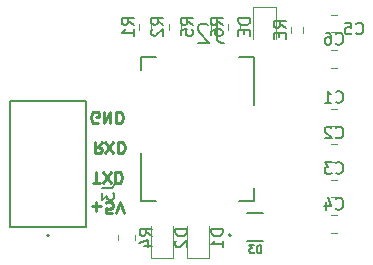
<source format=gbr>
%TF.GenerationSoftware,KiCad,Pcbnew,7.0.6*%
%TF.CreationDate,2024-04-01T13:07:51+03:00*%
%TF.ProjectId,SIM800 GPS Module,53494d38-3030-4204-9750-53204d6f6475,rev?*%
%TF.SameCoordinates,Original*%
%TF.FileFunction,Legend,Bot*%
%TF.FilePolarity,Positive*%
%FSLAX46Y46*%
G04 Gerber Fmt 4.6, Leading zero omitted, Abs format (unit mm)*
G04 Created by KiCad (PCBNEW 7.0.6) date 2024-04-01 13:07:51*
%MOMM*%
%LPD*%
G01*
G04 APERTURE LIST*
%ADD10C,0.250000*%
%ADD11C,0.150000*%
%ADD12C,0.127000*%
%ADD13C,0.200000*%
%ADD14C,0.120000*%
G04 APERTURE END LIST*
D10*
X129942568Y-92718333D02*
X130704473Y-92718333D01*
X130323520Y-92337380D02*
X130323520Y-93099285D01*
X131656853Y-93337380D02*
X131180663Y-93337380D01*
X131180663Y-93337380D02*
X131133044Y-92861190D01*
X131133044Y-92861190D02*
X131180663Y-92908809D01*
X131180663Y-92908809D02*
X131275901Y-92956428D01*
X131275901Y-92956428D02*
X131513996Y-92956428D01*
X131513996Y-92956428D02*
X131609234Y-92908809D01*
X131609234Y-92908809D02*
X131656853Y-92861190D01*
X131656853Y-92861190D02*
X131704472Y-92765952D01*
X131704472Y-92765952D02*
X131704472Y-92527857D01*
X131704472Y-92527857D02*
X131656853Y-92432619D01*
X131656853Y-92432619D02*
X131609234Y-92385000D01*
X131609234Y-92385000D02*
X131513996Y-92337380D01*
X131513996Y-92337380D02*
X131275901Y-92337380D01*
X131275901Y-92337380D02*
X131180663Y-92385000D01*
X131180663Y-92385000D02*
X131133044Y-92432619D01*
X131990187Y-93337380D02*
X132323520Y-92337380D01*
X132323520Y-92337380D02*
X132656853Y-93337380D01*
X130053711Y-90797380D02*
X130625139Y-90797380D01*
X130339425Y-89797380D02*
X130339425Y-90797380D01*
X130863235Y-90797380D02*
X131529901Y-89797380D01*
X131529901Y-90797380D02*
X130863235Y-89797380D01*
X131910854Y-89797380D02*
X131910854Y-90797380D01*
X131910854Y-90797380D02*
X132148949Y-90797380D01*
X132148949Y-90797380D02*
X132291806Y-90749761D01*
X132291806Y-90749761D02*
X132387044Y-90654523D01*
X132387044Y-90654523D02*
X132434663Y-90559285D01*
X132434663Y-90559285D02*
X132482282Y-90368809D01*
X132482282Y-90368809D02*
X132482282Y-90225952D01*
X132482282Y-90225952D02*
X132434663Y-90035476D01*
X132434663Y-90035476D02*
X132387044Y-89940238D01*
X132387044Y-89940238D02*
X132291806Y-89845000D01*
X132291806Y-89845000D02*
X132148949Y-89797380D01*
X132148949Y-89797380D02*
X131910854Y-89797380D01*
X130767996Y-87257380D02*
X130434663Y-87733571D01*
X130196568Y-87257380D02*
X130196568Y-88257380D01*
X130196568Y-88257380D02*
X130577520Y-88257380D01*
X130577520Y-88257380D02*
X130672758Y-88209761D01*
X130672758Y-88209761D02*
X130720377Y-88162142D01*
X130720377Y-88162142D02*
X130767996Y-88066904D01*
X130767996Y-88066904D02*
X130767996Y-87924047D01*
X130767996Y-87924047D02*
X130720377Y-87828809D01*
X130720377Y-87828809D02*
X130672758Y-87781190D01*
X130672758Y-87781190D02*
X130577520Y-87733571D01*
X130577520Y-87733571D02*
X130196568Y-87733571D01*
X131101330Y-88257380D02*
X131767996Y-87257380D01*
X131767996Y-88257380D02*
X131101330Y-87257380D01*
X132148949Y-87257380D02*
X132148949Y-88257380D01*
X132148949Y-88257380D02*
X132387044Y-88257380D01*
X132387044Y-88257380D02*
X132529901Y-88209761D01*
X132529901Y-88209761D02*
X132625139Y-88114523D01*
X132625139Y-88114523D02*
X132672758Y-88019285D01*
X132672758Y-88019285D02*
X132720377Y-87828809D01*
X132720377Y-87828809D02*
X132720377Y-87685952D01*
X132720377Y-87685952D02*
X132672758Y-87495476D01*
X132672758Y-87495476D02*
X132625139Y-87400238D01*
X132625139Y-87400238D02*
X132529901Y-87305000D01*
X132529901Y-87305000D02*
X132387044Y-87257380D01*
X132387044Y-87257380D02*
X132148949Y-87257380D01*
X130466377Y-85669761D02*
X130371139Y-85717380D01*
X130371139Y-85717380D02*
X130228282Y-85717380D01*
X130228282Y-85717380D02*
X130085425Y-85669761D01*
X130085425Y-85669761D02*
X129990187Y-85574523D01*
X129990187Y-85574523D02*
X129942568Y-85479285D01*
X129942568Y-85479285D02*
X129894949Y-85288809D01*
X129894949Y-85288809D02*
X129894949Y-85145952D01*
X129894949Y-85145952D02*
X129942568Y-84955476D01*
X129942568Y-84955476D02*
X129990187Y-84860238D01*
X129990187Y-84860238D02*
X130085425Y-84765000D01*
X130085425Y-84765000D02*
X130228282Y-84717380D01*
X130228282Y-84717380D02*
X130323520Y-84717380D01*
X130323520Y-84717380D02*
X130466377Y-84765000D01*
X130466377Y-84765000D02*
X130513996Y-84812619D01*
X130513996Y-84812619D02*
X130513996Y-85145952D01*
X130513996Y-85145952D02*
X130323520Y-85145952D01*
X130942568Y-84717380D02*
X130942568Y-85717380D01*
X130942568Y-85717380D02*
X131513996Y-84717380D01*
X131513996Y-84717380D02*
X131513996Y-85717380D01*
X131990187Y-84717380D02*
X131990187Y-85717380D01*
X131990187Y-85717380D02*
X132228282Y-85717380D01*
X132228282Y-85717380D02*
X132371139Y-85669761D01*
X132371139Y-85669761D02*
X132466377Y-85574523D01*
X132466377Y-85574523D02*
X132513996Y-85479285D01*
X132513996Y-85479285D02*
X132561615Y-85288809D01*
X132561615Y-85288809D02*
X132561615Y-85145952D01*
X132561615Y-85145952D02*
X132513996Y-84955476D01*
X132513996Y-84955476D02*
X132466377Y-84860238D01*
X132466377Y-84860238D02*
X132371139Y-84765000D01*
X132371139Y-84765000D02*
X132228282Y-84717380D01*
X132228282Y-84717380D02*
X131990187Y-84717380D01*
D11*
X130827819Y-91205666D02*
X131542104Y-91205666D01*
X131542104Y-91205666D02*
X131684961Y-91158047D01*
X131684961Y-91158047D02*
X131780200Y-91062809D01*
X131780200Y-91062809D02*
X131827819Y-90919952D01*
X131827819Y-90919952D02*
X131827819Y-90824714D01*
X130827819Y-91586619D02*
X130827819Y-92205666D01*
X130827819Y-92205666D02*
X131208771Y-91872333D01*
X131208771Y-91872333D02*
X131208771Y-92015190D01*
X131208771Y-92015190D02*
X131256390Y-92110428D01*
X131256390Y-92110428D02*
X131304009Y-92158047D01*
X131304009Y-92158047D02*
X131399247Y-92205666D01*
X131399247Y-92205666D02*
X131637342Y-92205666D01*
X131637342Y-92205666D02*
X131732580Y-92158047D01*
X131732580Y-92158047D02*
X131780200Y-92110428D01*
X131780200Y-92110428D02*
X131827819Y-92015190D01*
X131827819Y-92015190D02*
X131827819Y-91729476D01*
X131827819Y-91729476D02*
X131780200Y-91634238D01*
X131780200Y-91634238D02*
X131732580Y-91586619D01*
X146344819Y-77644142D02*
X145868628Y-77310809D01*
X146344819Y-77072714D02*
X145344819Y-77072714D01*
X145344819Y-77072714D02*
X145344819Y-77453666D01*
X145344819Y-77453666D02*
X145392438Y-77548904D01*
X145392438Y-77548904D02*
X145440057Y-77596523D01*
X145440057Y-77596523D02*
X145535295Y-77644142D01*
X145535295Y-77644142D02*
X145678152Y-77644142D01*
X145678152Y-77644142D02*
X145773390Y-77596523D01*
X145773390Y-77596523D02*
X145821009Y-77548904D01*
X145821009Y-77548904D02*
X145868628Y-77453666D01*
X145868628Y-77453666D02*
X145868628Y-77072714D01*
X145821009Y-78072714D02*
X145821009Y-78406047D01*
X146344819Y-78548904D02*
X146344819Y-78072714D01*
X146344819Y-78072714D02*
X145344819Y-78072714D01*
X145344819Y-78072714D02*
X145344819Y-78548904D01*
X143349819Y-76832714D02*
X142349819Y-76832714D01*
X142349819Y-76832714D02*
X142349819Y-77070809D01*
X142349819Y-77070809D02*
X142397438Y-77213666D01*
X142397438Y-77213666D02*
X142492676Y-77308904D01*
X142492676Y-77308904D02*
X142587914Y-77356523D01*
X142587914Y-77356523D02*
X142778390Y-77404142D01*
X142778390Y-77404142D02*
X142921247Y-77404142D01*
X142921247Y-77404142D02*
X143111723Y-77356523D01*
X143111723Y-77356523D02*
X143206961Y-77308904D01*
X143206961Y-77308904D02*
X143302200Y-77213666D01*
X143302200Y-77213666D02*
X143349819Y-77070809D01*
X143349819Y-77070809D02*
X143349819Y-76832714D01*
X142826009Y-77832714D02*
X142826009Y-78166047D01*
X143349819Y-78308904D02*
X143349819Y-77832714D01*
X143349819Y-77832714D02*
X142349819Y-77832714D01*
X142349819Y-77832714D02*
X142349819Y-78308904D01*
X150600666Y-78943580D02*
X150648285Y-78991200D01*
X150648285Y-78991200D02*
X150791142Y-79038819D01*
X150791142Y-79038819D02*
X150886380Y-79038819D01*
X150886380Y-79038819D02*
X151029237Y-78991200D01*
X151029237Y-78991200D02*
X151124475Y-78895961D01*
X151124475Y-78895961D02*
X151172094Y-78800723D01*
X151172094Y-78800723D02*
X151219713Y-78610247D01*
X151219713Y-78610247D02*
X151219713Y-78467390D01*
X151219713Y-78467390D02*
X151172094Y-78276914D01*
X151172094Y-78276914D02*
X151124475Y-78181676D01*
X151124475Y-78181676D02*
X151029237Y-78086438D01*
X151029237Y-78086438D02*
X150886380Y-78038819D01*
X150886380Y-78038819D02*
X150791142Y-78038819D01*
X150791142Y-78038819D02*
X150648285Y-78086438D01*
X150648285Y-78086438D02*
X150600666Y-78134057D01*
X149743523Y-78038819D02*
X149933999Y-78038819D01*
X149933999Y-78038819D02*
X150029237Y-78086438D01*
X150029237Y-78086438D02*
X150076856Y-78134057D01*
X150076856Y-78134057D02*
X150172094Y-78276914D01*
X150172094Y-78276914D02*
X150219713Y-78467390D01*
X150219713Y-78467390D02*
X150219713Y-78848342D01*
X150219713Y-78848342D02*
X150172094Y-78943580D01*
X150172094Y-78943580D02*
X150124475Y-78991200D01*
X150124475Y-78991200D02*
X150029237Y-79038819D01*
X150029237Y-79038819D02*
X149838761Y-79038819D01*
X149838761Y-79038819D02*
X149743523Y-78991200D01*
X149743523Y-78991200D02*
X149695904Y-78943580D01*
X149695904Y-78943580D02*
X149648285Y-78848342D01*
X149648285Y-78848342D02*
X149648285Y-78610247D01*
X149648285Y-78610247D02*
X149695904Y-78515009D01*
X149695904Y-78515009D02*
X149743523Y-78467390D01*
X149743523Y-78467390D02*
X149838761Y-78419771D01*
X149838761Y-78419771D02*
X150029237Y-78419771D01*
X150029237Y-78419771D02*
X150124475Y-78467390D01*
X150124475Y-78467390D02*
X150172094Y-78515009D01*
X150172094Y-78515009D02*
X150219713Y-78610247D01*
X152312666Y-78083580D02*
X152360285Y-78131200D01*
X152360285Y-78131200D02*
X152503142Y-78178819D01*
X152503142Y-78178819D02*
X152598380Y-78178819D01*
X152598380Y-78178819D02*
X152741237Y-78131200D01*
X152741237Y-78131200D02*
X152836475Y-78035961D01*
X152836475Y-78035961D02*
X152884094Y-77940723D01*
X152884094Y-77940723D02*
X152931713Y-77750247D01*
X152931713Y-77750247D02*
X152931713Y-77607390D01*
X152931713Y-77607390D02*
X152884094Y-77416914D01*
X152884094Y-77416914D02*
X152836475Y-77321676D01*
X152836475Y-77321676D02*
X152741237Y-77226438D01*
X152741237Y-77226438D02*
X152598380Y-77178819D01*
X152598380Y-77178819D02*
X152503142Y-77178819D01*
X152503142Y-77178819D02*
X152360285Y-77226438D01*
X152360285Y-77226438D02*
X152312666Y-77274057D01*
X151407904Y-77178819D02*
X151884094Y-77178819D01*
X151884094Y-77178819D02*
X151931713Y-77655009D01*
X151931713Y-77655009D02*
X151884094Y-77607390D01*
X151884094Y-77607390D02*
X151788856Y-77559771D01*
X151788856Y-77559771D02*
X151550761Y-77559771D01*
X151550761Y-77559771D02*
X151455523Y-77607390D01*
X151455523Y-77607390D02*
X151407904Y-77655009D01*
X151407904Y-77655009D02*
X151360285Y-77750247D01*
X151360285Y-77750247D02*
X151360285Y-77988342D01*
X151360285Y-77988342D02*
X151407904Y-78083580D01*
X151407904Y-78083580D02*
X151455523Y-78131200D01*
X151455523Y-78131200D02*
X151550761Y-78178819D01*
X151550761Y-78178819D02*
X151788856Y-78178819D01*
X151788856Y-78178819D02*
X151884094Y-78131200D01*
X151884094Y-78131200D02*
X151931713Y-78083580D01*
X141010819Y-77366333D02*
X140534628Y-77033000D01*
X141010819Y-76794905D02*
X140010819Y-76794905D01*
X140010819Y-76794905D02*
X140010819Y-77175857D01*
X140010819Y-77175857D02*
X140058438Y-77271095D01*
X140058438Y-77271095D02*
X140106057Y-77318714D01*
X140106057Y-77318714D02*
X140201295Y-77366333D01*
X140201295Y-77366333D02*
X140344152Y-77366333D01*
X140344152Y-77366333D02*
X140439390Y-77318714D01*
X140439390Y-77318714D02*
X140487009Y-77271095D01*
X140487009Y-77271095D02*
X140534628Y-77175857D01*
X140534628Y-77175857D02*
X140534628Y-76794905D01*
X140010819Y-78223476D02*
X140010819Y-78033000D01*
X140010819Y-78033000D02*
X140058438Y-77937762D01*
X140058438Y-77937762D02*
X140106057Y-77890143D01*
X140106057Y-77890143D02*
X140248914Y-77794905D01*
X140248914Y-77794905D02*
X140439390Y-77747286D01*
X140439390Y-77747286D02*
X140820342Y-77747286D01*
X140820342Y-77747286D02*
X140915580Y-77794905D01*
X140915580Y-77794905D02*
X140963200Y-77842524D01*
X140963200Y-77842524D02*
X141010819Y-77937762D01*
X141010819Y-77937762D02*
X141010819Y-78128238D01*
X141010819Y-78128238D02*
X140963200Y-78223476D01*
X140963200Y-78223476D02*
X140915580Y-78271095D01*
X140915580Y-78271095D02*
X140820342Y-78318714D01*
X140820342Y-78318714D02*
X140582247Y-78318714D01*
X140582247Y-78318714D02*
X140487009Y-78271095D01*
X140487009Y-78271095D02*
X140439390Y-78223476D01*
X140439390Y-78223476D02*
X140391771Y-78128238D01*
X140391771Y-78128238D02*
X140391771Y-77937762D01*
X140391771Y-77937762D02*
X140439390Y-77842524D01*
X140439390Y-77842524D02*
X140487009Y-77794905D01*
X140487009Y-77794905D02*
X140582247Y-77747286D01*
X138500819Y-77366333D02*
X138024628Y-77033000D01*
X138500819Y-76794905D02*
X137500819Y-76794905D01*
X137500819Y-76794905D02*
X137500819Y-77175857D01*
X137500819Y-77175857D02*
X137548438Y-77271095D01*
X137548438Y-77271095D02*
X137596057Y-77318714D01*
X137596057Y-77318714D02*
X137691295Y-77366333D01*
X137691295Y-77366333D02*
X137834152Y-77366333D01*
X137834152Y-77366333D02*
X137929390Y-77318714D01*
X137929390Y-77318714D02*
X137977009Y-77271095D01*
X137977009Y-77271095D02*
X138024628Y-77175857D01*
X138024628Y-77175857D02*
X138024628Y-76794905D01*
X137500819Y-78271095D02*
X137500819Y-77794905D01*
X137500819Y-77794905D02*
X137977009Y-77747286D01*
X137977009Y-77747286D02*
X137929390Y-77794905D01*
X137929390Y-77794905D02*
X137881771Y-77890143D01*
X137881771Y-77890143D02*
X137881771Y-78128238D01*
X137881771Y-78128238D02*
X137929390Y-78223476D01*
X137929390Y-78223476D02*
X137977009Y-78271095D01*
X137977009Y-78271095D02*
X138072247Y-78318714D01*
X138072247Y-78318714D02*
X138310342Y-78318714D01*
X138310342Y-78318714D02*
X138405580Y-78271095D01*
X138405580Y-78271095D02*
X138453200Y-78223476D01*
X138453200Y-78223476D02*
X138500819Y-78128238D01*
X138500819Y-78128238D02*
X138500819Y-77890143D01*
X138500819Y-77890143D02*
X138453200Y-77794905D01*
X138453200Y-77794905D02*
X138405580Y-77747286D01*
X135007819Y-95218833D02*
X134531628Y-94885500D01*
X135007819Y-94647405D02*
X134007819Y-94647405D01*
X134007819Y-94647405D02*
X134007819Y-95028357D01*
X134007819Y-95028357D02*
X134055438Y-95123595D01*
X134055438Y-95123595D02*
X134103057Y-95171214D01*
X134103057Y-95171214D02*
X134198295Y-95218833D01*
X134198295Y-95218833D02*
X134341152Y-95218833D01*
X134341152Y-95218833D02*
X134436390Y-95171214D01*
X134436390Y-95171214D02*
X134484009Y-95123595D01*
X134484009Y-95123595D02*
X134531628Y-95028357D01*
X134531628Y-95028357D02*
X134531628Y-94647405D01*
X134341152Y-96075976D02*
X135007819Y-96075976D01*
X133960200Y-95837881D02*
X134674485Y-95599786D01*
X134674485Y-95599786D02*
X134674485Y-96218833D01*
X135990819Y-77366333D02*
X135514628Y-77033000D01*
X135990819Y-76794905D02*
X134990819Y-76794905D01*
X134990819Y-76794905D02*
X134990819Y-77175857D01*
X134990819Y-77175857D02*
X135038438Y-77271095D01*
X135038438Y-77271095D02*
X135086057Y-77318714D01*
X135086057Y-77318714D02*
X135181295Y-77366333D01*
X135181295Y-77366333D02*
X135324152Y-77366333D01*
X135324152Y-77366333D02*
X135419390Y-77318714D01*
X135419390Y-77318714D02*
X135467009Y-77271095D01*
X135467009Y-77271095D02*
X135514628Y-77175857D01*
X135514628Y-77175857D02*
X135514628Y-76794905D01*
X135086057Y-77747286D02*
X135038438Y-77794905D01*
X135038438Y-77794905D02*
X134990819Y-77890143D01*
X134990819Y-77890143D02*
X134990819Y-78128238D01*
X134990819Y-78128238D02*
X135038438Y-78223476D01*
X135038438Y-78223476D02*
X135086057Y-78271095D01*
X135086057Y-78271095D02*
X135181295Y-78318714D01*
X135181295Y-78318714D02*
X135276533Y-78318714D01*
X135276533Y-78318714D02*
X135419390Y-78271095D01*
X135419390Y-78271095D02*
X135990819Y-77699667D01*
X135990819Y-77699667D02*
X135990819Y-78318714D01*
X133480819Y-77366333D02*
X133004628Y-77033000D01*
X133480819Y-76794905D02*
X132480819Y-76794905D01*
X132480819Y-76794905D02*
X132480819Y-77175857D01*
X132480819Y-77175857D02*
X132528438Y-77271095D01*
X132528438Y-77271095D02*
X132576057Y-77318714D01*
X132576057Y-77318714D02*
X132671295Y-77366333D01*
X132671295Y-77366333D02*
X132814152Y-77366333D01*
X132814152Y-77366333D02*
X132909390Y-77318714D01*
X132909390Y-77318714D02*
X132957009Y-77271095D01*
X132957009Y-77271095D02*
X133004628Y-77175857D01*
X133004628Y-77175857D02*
X133004628Y-76794905D01*
X133480819Y-78318714D02*
X133480819Y-77747286D01*
X133480819Y-78033000D02*
X132480819Y-78033000D01*
X132480819Y-78033000D02*
X132623676Y-77937762D01*
X132623676Y-77937762D02*
X132718914Y-77842524D01*
X132718914Y-77842524D02*
X132766533Y-77747286D01*
X140506168Y-77271627D02*
X140506168Y-78416509D01*
X140506168Y-78416509D02*
X140582494Y-78645486D01*
X140582494Y-78645486D02*
X140735145Y-78798137D01*
X140735145Y-78798137D02*
X140964121Y-78874462D01*
X140964121Y-78874462D02*
X141116772Y-78874462D01*
X139819239Y-77424278D02*
X139742913Y-77347952D01*
X139742913Y-77347952D02*
X139590262Y-77271627D01*
X139590262Y-77271627D02*
X139208635Y-77271627D01*
X139208635Y-77271627D02*
X139055984Y-77347952D01*
X139055984Y-77347952D02*
X138979658Y-77424278D01*
X138979658Y-77424278D02*
X138903333Y-77576929D01*
X138903333Y-77576929D02*
X138903333Y-77729580D01*
X138903333Y-77729580D02*
X138979658Y-77958556D01*
X138979658Y-77958556D02*
X139895564Y-78874462D01*
X139895564Y-78874462D02*
X138903333Y-78874462D01*
X144266921Y-96683646D02*
X144266921Y-96043646D01*
X144266921Y-96043646D02*
X144114540Y-96043646D01*
X144114540Y-96043646D02*
X144023111Y-96074122D01*
X144023111Y-96074122D02*
X143962159Y-96135074D01*
X143962159Y-96135074D02*
X143931682Y-96196027D01*
X143931682Y-96196027D02*
X143901206Y-96317931D01*
X143901206Y-96317931D02*
X143901206Y-96409360D01*
X143901206Y-96409360D02*
X143931682Y-96531265D01*
X143931682Y-96531265D02*
X143962159Y-96592217D01*
X143962159Y-96592217D02*
X144023111Y-96653170D01*
X144023111Y-96653170D02*
X144114540Y-96683646D01*
X144114540Y-96683646D02*
X144266921Y-96683646D01*
X143687873Y-96043646D02*
X143291682Y-96043646D01*
X143291682Y-96043646D02*
X143505016Y-96287455D01*
X143505016Y-96287455D02*
X143413587Y-96287455D01*
X143413587Y-96287455D02*
X143352635Y-96317931D01*
X143352635Y-96317931D02*
X143322159Y-96348408D01*
X143322159Y-96348408D02*
X143291682Y-96409360D01*
X143291682Y-96409360D02*
X143291682Y-96561741D01*
X143291682Y-96561741D02*
X143322159Y-96622693D01*
X143322159Y-96622693D02*
X143352635Y-96653170D01*
X143352635Y-96653170D02*
X143413587Y-96683646D01*
X143413587Y-96683646D02*
X143596444Y-96683646D01*
X143596444Y-96683646D02*
X143657397Y-96653170D01*
X143657397Y-96653170D02*
X143687873Y-96622693D01*
X138002819Y-94687405D02*
X137002819Y-94687405D01*
X137002819Y-94687405D02*
X137002819Y-94925500D01*
X137002819Y-94925500D02*
X137050438Y-95068357D01*
X137050438Y-95068357D02*
X137145676Y-95163595D01*
X137145676Y-95163595D02*
X137240914Y-95211214D01*
X137240914Y-95211214D02*
X137431390Y-95258833D01*
X137431390Y-95258833D02*
X137574247Y-95258833D01*
X137574247Y-95258833D02*
X137764723Y-95211214D01*
X137764723Y-95211214D02*
X137859961Y-95163595D01*
X137859961Y-95163595D02*
X137955200Y-95068357D01*
X137955200Y-95068357D02*
X138002819Y-94925500D01*
X138002819Y-94925500D02*
X138002819Y-94687405D01*
X137098057Y-95639786D02*
X137050438Y-95687405D01*
X137050438Y-95687405D02*
X137002819Y-95782643D01*
X137002819Y-95782643D02*
X137002819Y-96020738D01*
X137002819Y-96020738D02*
X137050438Y-96115976D01*
X137050438Y-96115976D02*
X137098057Y-96163595D01*
X137098057Y-96163595D02*
X137193295Y-96211214D01*
X137193295Y-96211214D02*
X137288533Y-96211214D01*
X137288533Y-96211214D02*
X137431390Y-96163595D01*
X137431390Y-96163595D02*
X138002819Y-95592167D01*
X138002819Y-95592167D02*
X138002819Y-96211214D01*
X141042819Y-94687405D02*
X140042819Y-94687405D01*
X140042819Y-94687405D02*
X140042819Y-94925500D01*
X140042819Y-94925500D02*
X140090438Y-95068357D01*
X140090438Y-95068357D02*
X140185676Y-95163595D01*
X140185676Y-95163595D02*
X140280914Y-95211214D01*
X140280914Y-95211214D02*
X140471390Y-95258833D01*
X140471390Y-95258833D02*
X140614247Y-95258833D01*
X140614247Y-95258833D02*
X140804723Y-95211214D01*
X140804723Y-95211214D02*
X140899961Y-95163595D01*
X140899961Y-95163595D02*
X140995200Y-95068357D01*
X140995200Y-95068357D02*
X141042819Y-94925500D01*
X141042819Y-94925500D02*
X141042819Y-94687405D01*
X141042819Y-96211214D02*
X141042819Y-95639786D01*
X141042819Y-95925500D02*
X140042819Y-95925500D01*
X140042819Y-95925500D02*
X140185676Y-95830262D01*
X140185676Y-95830262D02*
X140280914Y-95735024D01*
X140280914Y-95735024D02*
X140328533Y-95639786D01*
X150600666Y-92913580D02*
X150648285Y-92961200D01*
X150648285Y-92961200D02*
X150791142Y-93008819D01*
X150791142Y-93008819D02*
X150886380Y-93008819D01*
X150886380Y-93008819D02*
X151029237Y-92961200D01*
X151029237Y-92961200D02*
X151124475Y-92865961D01*
X151124475Y-92865961D02*
X151172094Y-92770723D01*
X151172094Y-92770723D02*
X151219713Y-92580247D01*
X151219713Y-92580247D02*
X151219713Y-92437390D01*
X151219713Y-92437390D02*
X151172094Y-92246914D01*
X151172094Y-92246914D02*
X151124475Y-92151676D01*
X151124475Y-92151676D02*
X151029237Y-92056438D01*
X151029237Y-92056438D02*
X150886380Y-92008819D01*
X150886380Y-92008819D02*
X150791142Y-92008819D01*
X150791142Y-92008819D02*
X150648285Y-92056438D01*
X150648285Y-92056438D02*
X150600666Y-92104057D01*
X149743523Y-92342152D02*
X149743523Y-93008819D01*
X149981618Y-91961200D02*
X150219713Y-92675485D01*
X150219713Y-92675485D02*
X149600666Y-92675485D01*
X150600666Y-89903580D02*
X150648285Y-89951200D01*
X150648285Y-89951200D02*
X150791142Y-89998819D01*
X150791142Y-89998819D02*
X150886380Y-89998819D01*
X150886380Y-89998819D02*
X151029237Y-89951200D01*
X151029237Y-89951200D02*
X151124475Y-89855961D01*
X151124475Y-89855961D02*
X151172094Y-89760723D01*
X151172094Y-89760723D02*
X151219713Y-89570247D01*
X151219713Y-89570247D02*
X151219713Y-89427390D01*
X151219713Y-89427390D02*
X151172094Y-89236914D01*
X151172094Y-89236914D02*
X151124475Y-89141676D01*
X151124475Y-89141676D02*
X151029237Y-89046438D01*
X151029237Y-89046438D02*
X150886380Y-88998819D01*
X150886380Y-88998819D02*
X150791142Y-88998819D01*
X150791142Y-88998819D02*
X150648285Y-89046438D01*
X150648285Y-89046438D02*
X150600666Y-89094057D01*
X150267332Y-88998819D02*
X149648285Y-88998819D01*
X149648285Y-88998819D02*
X149981618Y-89379771D01*
X149981618Y-89379771D02*
X149838761Y-89379771D01*
X149838761Y-89379771D02*
X149743523Y-89427390D01*
X149743523Y-89427390D02*
X149695904Y-89475009D01*
X149695904Y-89475009D02*
X149648285Y-89570247D01*
X149648285Y-89570247D02*
X149648285Y-89808342D01*
X149648285Y-89808342D02*
X149695904Y-89903580D01*
X149695904Y-89903580D02*
X149743523Y-89951200D01*
X149743523Y-89951200D02*
X149838761Y-89998819D01*
X149838761Y-89998819D02*
X150124475Y-89998819D01*
X150124475Y-89998819D02*
X150219713Y-89951200D01*
X150219713Y-89951200D02*
X150267332Y-89903580D01*
X150600666Y-86893580D02*
X150648285Y-86941200D01*
X150648285Y-86941200D02*
X150791142Y-86988819D01*
X150791142Y-86988819D02*
X150886380Y-86988819D01*
X150886380Y-86988819D02*
X151029237Y-86941200D01*
X151029237Y-86941200D02*
X151124475Y-86845961D01*
X151124475Y-86845961D02*
X151172094Y-86750723D01*
X151172094Y-86750723D02*
X151219713Y-86560247D01*
X151219713Y-86560247D02*
X151219713Y-86417390D01*
X151219713Y-86417390D02*
X151172094Y-86226914D01*
X151172094Y-86226914D02*
X151124475Y-86131676D01*
X151124475Y-86131676D02*
X151029237Y-86036438D01*
X151029237Y-86036438D02*
X150886380Y-85988819D01*
X150886380Y-85988819D02*
X150791142Y-85988819D01*
X150791142Y-85988819D02*
X150648285Y-86036438D01*
X150648285Y-86036438D02*
X150600666Y-86084057D01*
X150219713Y-86084057D02*
X150172094Y-86036438D01*
X150172094Y-86036438D02*
X150076856Y-85988819D01*
X150076856Y-85988819D02*
X149838761Y-85988819D01*
X149838761Y-85988819D02*
X149743523Y-86036438D01*
X149743523Y-86036438D02*
X149695904Y-86084057D01*
X149695904Y-86084057D02*
X149648285Y-86179295D01*
X149648285Y-86179295D02*
X149648285Y-86274533D01*
X149648285Y-86274533D02*
X149695904Y-86417390D01*
X149695904Y-86417390D02*
X150267332Y-86988819D01*
X150267332Y-86988819D02*
X149648285Y-86988819D01*
X150600666Y-83883580D02*
X150648285Y-83931200D01*
X150648285Y-83931200D02*
X150791142Y-83978819D01*
X150791142Y-83978819D02*
X150886380Y-83978819D01*
X150886380Y-83978819D02*
X151029237Y-83931200D01*
X151029237Y-83931200D02*
X151124475Y-83835961D01*
X151124475Y-83835961D02*
X151172094Y-83740723D01*
X151172094Y-83740723D02*
X151219713Y-83550247D01*
X151219713Y-83550247D02*
X151219713Y-83407390D01*
X151219713Y-83407390D02*
X151172094Y-83216914D01*
X151172094Y-83216914D02*
X151124475Y-83121676D01*
X151124475Y-83121676D02*
X151029237Y-83026438D01*
X151029237Y-83026438D02*
X150886380Y-82978819D01*
X150886380Y-82978819D02*
X150791142Y-82978819D01*
X150791142Y-82978819D02*
X150648285Y-83026438D01*
X150648285Y-83026438D02*
X150600666Y-83074057D01*
X149648285Y-83978819D02*
X150219713Y-83978819D01*
X149933999Y-83978819D02*
X149933999Y-82978819D01*
X149933999Y-82978819D02*
X150029237Y-83121676D01*
X150029237Y-83121676D02*
X150124475Y-83216914D01*
X150124475Y-83216914D02*
X150219713Y-83264533D01*
D12*
%TO.C,J3*%
X122988000Y-94464000D02*
X129488000Y-94464000D01*
X122988000Y-83844000D02*
X122988000Y-94464000D01*
X129488000Y-83844000D02*
X122988000Y-83844000D01*
X129488000Y-94464000D02*
X129488000Y-83844000D01*
D13*
X126338000Y-95214000D02*
G75*
G03*
X126338000Y-95214000I-100000J0D01*
G01*
D14*
%TO.C,RE*%
X147842500Y-77549742D02*
X147842500Y-78024258D01*
X146797500Y-77549742D02*
X146797500Y-78024258D01*
%TO.C,DE*%
X145505000Y-75862000D02*
X145505000Y-78547000D01*
X143585000Y-75862000D02*
X145505000Y-75862000D01*
X143585000Y-78547000D02*
X143585000Y-75862000D01*
%TO.C,C6*%
X150695252Y-80999000D02*
X150172748Y-80999000D01*
X150695252Y-79529000D02*
X150172748Y-79529000D01*
%TO.C,C5*%
X150695252Y-77989000D02*
X150172748Y-77989000D01*
X150695252Y-76519000D02*
X150172748Y-76519000D01*
%TO.C,R6*%
X142508500Y-77295742D02*
X142508500Y-77770258D01*
X141463500Y-77295742D02*
X141463500Y-77770258D01*
%TO.C,R5*%
X139998500Y-77295742D02*
X139998500Y-77770258D01*
X138953500Y-77295742D02*
X138953500Y-77770258D01*
%TO.C,R4*%
X133638000Y-95612564D02*
X133638000Y-95158436D01*
X132168000Y-95612564D02*
X132168000Y-95158436D01*
%TO.C,R2*%
X137488500Y-77295742D02*
X137488500Y-77770258D01*
X136443500Y-77295742D02*
X136443500Y-77770258D01*
%TO.C,R1*%
X134978500Y-77295742D02*
X134978500Y-77770258D01*
X133933500Y-77295742D02*
X133933500Y-77770258D01*
D13*
%TO.C,J2*%
X134130000Y-92300000D02*
X134130000Y-88220000D01*
X143670000Y-80100000D02*
X142400000Y-80100000D01*
X143670000Y-92300000D02*
X142400000Y-92300000D01*
X143670000Y-92300000D02*
X143670000Y-91220000D01*
X135400000Y-92300000D02*
X134130000Y-92300000D01*
X134130000Y-81180000D02*
X134130000Y-80100000D01*
X135400000Y-80100000D02*
X134130000Y-80100000D01*
X143670000Y-84180000D02*
X143670000Y-80100000D01*
D12*
%TO.C,D3*%
X143084000Y-95658000D02*
X144444000Y-95658000D01*
X144444000Y-93318000D02*
X143084000Y-93318000D01*
D13*
X141714000Y-95188000D02*
G75*
G03*
X141714000Y-95188000I-100000J0D01*
G01*
D14*
%TO.C,D2*%
X134938000Y-97110500D02*
X134938000Y-94425500D01*
X136858000Y-97110500D02*
X134938000Y-97110500D01*
X136858000Y-94425500D02*
X136858000Y-97110500D01*
%TO.C,D1*%
X137978000Y-97110500D02*
X137978000Y-94425500D01*
X139898000Y-97110500D02*
X137978000Y-97110500D01*
X139898000Y-94425500D02*
X139898000Y-97110500D01*
%TO.C,C4*%
X150695252Y-94969000D02*
X150172748Y-94969000D01*
X150695252Y-93499000D02*
X150172748Y-93499000D01*
%TO.C,C3*%
X150695252Y-91959000D02*
X150172748Y-91959000D01*
X150695252Y-90489000D02*
X150172748Y-90489000D01*
%TO.C,C2*%
X150695252Y-88949000D02*
X150172748Y-88949000D01*
X150695252Y-87479000D02*
X150172748Y-87479000D01*
%TO.C,C1*%
X150695252Y-85939000D02*
X150172748Y-85939000D01*
X150695252Y-84469000D02*
X150172748Y-84469000D01*
%TD*%
M02*

</source>
